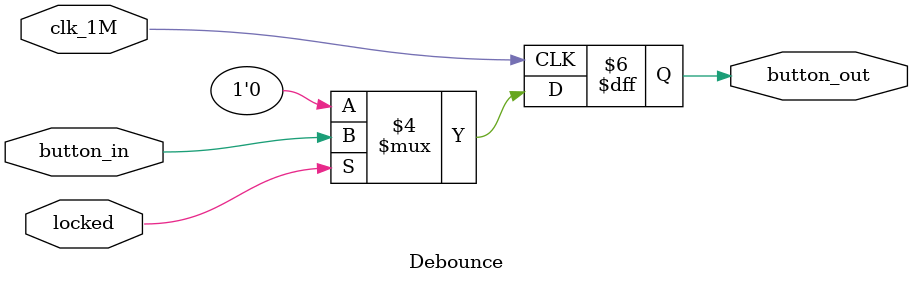
<source format=v>
module Debounce(
    input  clk_1M,      // clk is 1 MHz, 1 µs
    input  locked,      // Clocking Wizard, locked = 0 is unsafe, locked = 1 is safe
    input button_in,
    output reg button_out
);

    always@(posedge clk_1M) begin
        if(!locked)
            button_out <= 8'd0;
        else
            button_out <= button_in;
    end

endmodule
</source>
